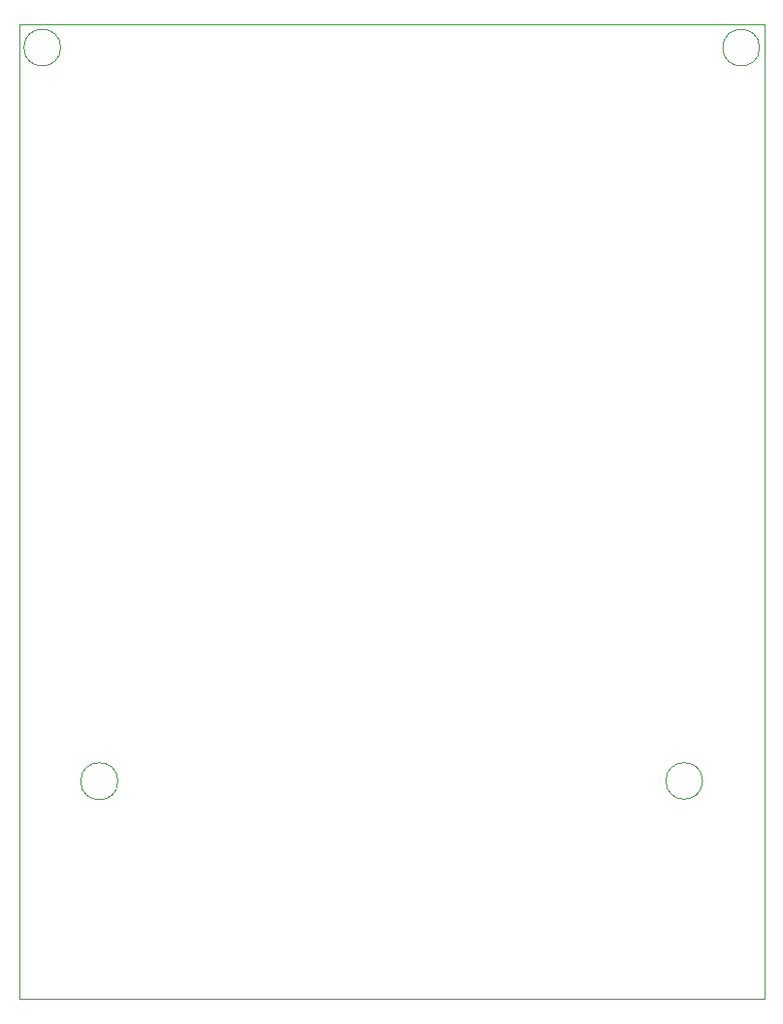
<source format=gm1>
G04 #@! TF.GenerationSoftware,KiCad,Pcbnew,7.0.8*
G04 #@! TF.CreationDate,2023-11-09T09:46:19+07:00*
G04 #@! TF.ProjectId,PCB v2,50434220-7632-42e6-9b69-6361645f7063,rev?*
G04 #@! TF.SameCoordinates,Original*
G04 #@! TF.FileFunction,Profile,NP*
%FSLAX46Y46*%
G04 Gerber Fmt 4.6, Leading zero omitted, Abs format (unit mm)*
G04 Created by KiCad (PCBNEW 7.0.8) date 2023-11-09 09:46:19*
%MOMM*%
%LPD*%
G01*
G04 APERTURE LIST*
G04 #@! TA.AperFunction,Profile*
%ADD10C,0.100000*%
G04 #@! TD*
G04 APERTURE END LIST*
D10*
X111051733Y-52430000D02*
X176051733Y-52430000D01*
X176051733Y-137430000D01*
X111051733Y-137430000D01*
X111051733Y-52430000D01*
X175653523Y-54440000D02*
G75*
G03*
X175653523Y-54440000I-1605895J0D01*
G01*
X119661393Y-118430000D02*
G75*
G03*
X119661393Y-118430000I-1619660J0D01*
G01*
X114667628Y-54434105D02*
G75*
G03*
X114667628Y-54434105I-1605895J0D01*
G01*
X170675000Y-118400000D02*
G75*
G03*
X170675000Y-118400000I-1593267J0D01*
G01*
M02*

</source>
